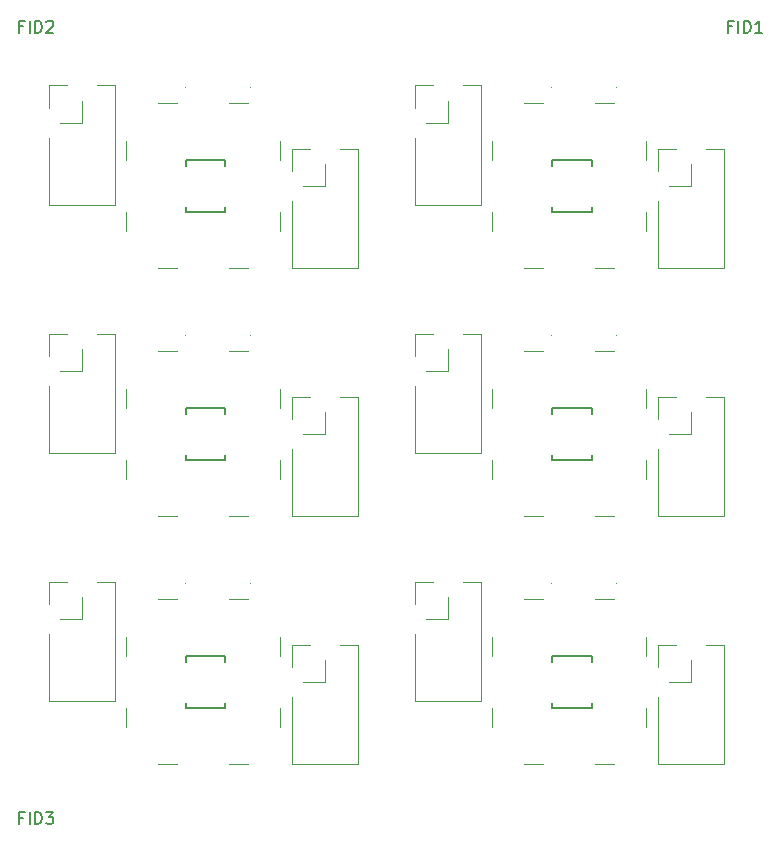
<source format=gbr>
G04 #@! TF.GenerationSoftware,KiCad,Pcbnew,5.0.2-bee76a0~70~ubuntu18.04.1*
G04 #@! TF.CreationDate,2020-02-26T15:16:49+01:00*
G04 #@! TF.ProjectId,output.rs485_adapter_panel,6f757470-7574-42e7-9273-3438355f6164,rev?*
G04 #@! TF.SameCoordinates,Original*
G04 #@! TF.FileFunction,Legend,Top*
G04 #@! TF.FilePolarity,Positive*
%FSLAX46Y46*%
G04 Gerber Fmt 4.6, Leading zero omitted, Abs format (unit mm)*
G04 Created by KiCad (PCBNEW 5.0.2-bee76a0~70~ubuntu18.04.1) date Wed 26 Feb 2020 03:16:49 PM CET*
%MOMM*%
%LPD*%
G01*
G04 APERTURE LIST*
%ADD10C,0.120000*%
%ADD11C,0.152400*%
%ADD12C,0.100000*%
%ADD13C,0.150000*%
G04 APERTURE END LIST*
D10*
G04 #@! TO.C,J1*
X190625001Y-128625001D02*
X190625001Y-130225001D01*
X177625001Y-128625001D02*
X177625001Y-130225001D01*
X190625001Y-122625001D02*
X190625001Y-124225001D01*
X177625001Y-122625001D02*
X177625001Y-124225001D01*
X186325001Y-133405001D02*
X187925001Y-133405001D01*
X186325001Y-119445001D02*
X187925001Y-119445001D01*
X180325001Y-133405001D02*
X181925001Y-133405001D01*
X180325001Y-119445001D02*
X181925001Y-119445001D01*
X159625001Y-128625001D02*
X159625001Y-130225001D01*
X146625001Y-128625001D02*
X146625001Y-130225001D01*
X159625001Y-122625001D02*
X159625001Y-124225001D01*
X146625001Y-122625001D02*
X146625001Y-124225001D01*
X155325001Y-133405001D02*
X156925001Y-133405001D01*
X155325001Y-119445001D02*
X156925001Y-119445001D01*
X149325001Y-133405001D02*
X150925001Y-133405001D01*
X149325001Y-119445001D02*
X150925001Y-119445001D01*
X190625001Y-107625001D02*
X190625001Y-109225001D01*
X177625001Y-107625001D02*
X177625001Y-109225001D01*
X190625001Y-101625001D02*
X190625001Y-103225001D01*
X177625001Y-101625001D02*
X177625001Y-103225001D01*
X186325001Y-112405001D02*
X187925001Y-112405001D01*
X186325001Y-98445001D02*
X187925001Y-98445001D01*
X180325001Y-112405001D02*
X181925001Y-112405001D01*
X180325001Y-98445001D02*
X181925001Y-98445001D01*
X159625001Y-107625001D02*
X159625001Y-109225001D01*
X146625001Y-107625001D02*
X146625001Y-109225001D01*
X159625001Y-101625001D02*
X159625001Y-103225001D01*
X146625001Y-101625001D02*
X146625001Y-103225001D01*
X155325001Y-112405001D02*
X156925001Y-112405001D01*
X155325001Y-98445001D02*
X156925001Y-98445001D01*
X149325001Y-112405001D02*
X150925001Y-112405001D01*
X149325001Y-98445001D02*
X150925001Y-98445001D01*
X190625001Y-86625001D02*
X190625001Y-88225001D01*
X177625001Y-86625001D02*
X177625001Y-88225001D01*
X190625001Y-80625001D02*
X190625001Y-82225001D01*
X177625001Y-80625001D02*
X177625001Y-82225001D01*
X186325001Y-91405001D02*
X187925001Y-91405001D01*
X186325001Y-77445001D02*
X187925001Y-77445001D01*
X180325001Y-91405001D02*
X181925001Y-91405001D01*
X180325001Y-77445001D02*
X181925001Y-77445001D01*
D11*
G04 #@! TO.C,U1*
X182673600Y-124265600D02*
X182673600Y-124722800D01*
X186026400Y-124265600D02*
X182673600Y-124265600D01*
X186026400Y-128634400D02*
X186026400Y-128177200D01*
X182673600Y-128634400D02*
X186026400Y-128634400D01*
X182673600Y-128177200D02*
X182673600Y-128634400D01*
X186026400Y-124722800D02*
X186026400Y-124265600D01*
X151673600Y-124265600D02*
X151673600Y-124722800D01*
X155026400Y-124265600D02*
X151673600Y-124265600D01*
X155026400Y-128634400D02*
X155026400Y-128177200D01*
X151673600Y-128634400D02*
X155026400Y-128634400D01*
X151673600Y-128177200D02*
X151673600Y-128634400D01*
X155026400Y-124722800D02*
X155026400Y-124265600D01*
X182673600Y-103265600D02*
X182673600Y-103722800D01*
X186026400Y-103265600D02*
X182673600Y-103265600D01*
X186026400Y-107634400D02*
X186026400Y-107177200D01*
X182673600Y-107634400D02*
X186026400Y-107634400D01*
X182673600Y-107177200D02*
X182673600Y-107634400D01*
X186026400Y-103722800D02*
X186026400Y-103265600D01*
X151673600Y-103265600D02*
X151673600Y-103722800D01*
X155026400Y-103265600D02*
X151673600Y-103265600D01*
X155026400Y-107634400D02*
X155026400Y-107177200D01*
X151673600Y-107634400D02*
X155026400Y-107634400D01*
X151673600Y-107177200D02*
X151673600Y-107634400D01*
X155026400Y-103722800D02*
X155026400Y-103265600D01*
X182673600Y-82265600D02*
X182673600Y-82722800D01*
X186026400Y-82265600D02*
X182673600Y-82265600D01*
X186026400Y-86634400D02*
X186026400Y-86177200D01*
X182673600Y-86634400D02*
X186026400Y-86634400D01*
X182673600Y-86177200D02*
X182673600Y-86634400D01*
X186026400Y-82722800D02*
X186026400Y-82265600D01*
D10*
G04 #@! TO.C,J3*
X191645000Y-123300000D02*
X193175000Y-123300000D01*
X191645000Y-125175000D02*
X191645000Y-123300000D01*
X194445000Y-126445000D02*
X192575000Y-126445000D01*
X194445000Y-124575000D02*
X194445000Y-126445000D01*
X195715000Y-123300000D02*
X197245000Y-123300000D01*
X197245000Y-123300000D02*
X197245000Y-133400000D01*
X191645000Y-133400000D02*
X197245000Y-133400000D01*
X191645000Y-127715000D02*
X191645000Y-133400000D01*
X160645000Y-123300000D02*
X162175000Y-123300000D01*
X160645000Y-125175000D02*
X160645000Y-123300000D01*
X163445000Y-126445000D02*
X161575000Y-126445000D01*
X163445000Y-124575000D02*
X163445000Y-126445000D01*
X164715000Y-123300000D02*
X166245000Y-123300000D01*
X166245000Y-123300000D02*
X166245000Y-133400000D01*
X160645000Y-133400000D02*
X166245000Y-133400000D01*
X160645000Y-127715000D02*
X160645000Y-133400000D01*
X191645000Y-102300000D02*
X193175000Y-102300000D01*
X191645000Y-104175000D02*
X191645000Y-102300000D01*
X194445000Y-105445000D02*
X192575000Y-105445000D01*
X194445000Y-103575000D02*
X194445000Y-105445000D01*
X195715000Y-102300000D02*
X197245000Y-102300000D01*
X197245000Y-102300000D02*
X197245000Y-112400000D01*
X191645000Y-112400000D02*
X197245000Y-112400000D01*
X191645000Y-106715000D02*
X191645000Y-112400000D01*
X160645000Y-102300000D02*
X162175000Y-102300000D01*
X160645000Y-104175000D02*
X160645000Y-102300000D01*
X163445000Y-105445000D02*
X161575000Y-105445000D01*
X163445000Y-103575000D02*
X163445000Y-105445000D01*
X164715000Y-102300000D02*
X166245000Y-102300000D01*
X166245000Y-102300000D02*
X166245000Y-112400000D01*
X160645000Y-112400000D02*
X166245000Y-112400000D01*
X160645000Y-106715000D02*
X160645000Y-112400000D01*
X191645000Y-81300000D02*
X193175000Y-81300000D01*
X191645000Y-83175000D02*
X191645000Y-81300000D01*
X194445000Y-84445000D02*
X192575000Y-84445000D01*
X194445000Y-82575000D02*
X194445000Y-84445000D01*
X195715000Y-81300000D02*
X197245000Y-81300000D01*
X197245000Y-81300000D02*
X197245000Y-91400000D01*
X191645000Y-91400000D02*
X197245000Y-91400000D01*
X191645000Y-85715000D02*
X191645000Y-91400000D01*
D12*
G04 #@! TO.C,D2*
X182640000Y-118100000D02*
G75*
G03X182640000Y-118100000I-50000J0D01*
G01*
X151640000Y-118100000D02*
G75*
G03X151640000Y-118100000I-50000J0D01*
G01*
X182640000Y-97100000D02*
G75*
G03X182640000Y-97100000I-50000J0D01*
G01*
X151640000Y-97100000D02*
G75*
G03X151640000Y-97100000I-50000J0D01*
G01*
X182640000Y-76100000D02*
G75*
G03X182640000Y-76100000I-50000J0D01*
G01*
G04 #@! TO.C,D1*
X188140000Y-118100000D02*
G75*
G03X188140000Y-118100000I-50000J0D01*
G01*
X157140000Y-118100000D02*
G75*
G03X157140000Y-118100000I-50000J0D01*
G01*
X188140000Y-97100000D02*
G75*
G03X188140000Y-97100000I-50000J0D01*
G01*
X157140000Y-97100000D02*
G75*
G03X157140000Y-97100000I-50000J0D01*
G01*
X188140000Y-76100000D02*
G75*
G03X188140000Y-76100000I-50000J0D01*
G01*
D10*
G04 #@! TO.C,J2*
X171070000Y-122340000D02*
X171070000Y-128025000D01*
X171070000Y-128025000D02*
X176670000Y-128025000D01*
X176670000Y-117925000D02*
X176670000Y-128025000D01*
X175140000Y-117925000D02*
X176670000Y-117925000D01*
X173870000Y-119200000D02*
X173870000Y-121070000D01*
X173870000Y-121070000D02*
X172000000Y-121070000D01*
X171070000Y-119800000D02*
X171070000Y-117925000D01*
X171070000Y-117925000D02*
X172600000Y-117925000D01*
X140070000Y-122340000D02*
X140070000Y-128025000D01*
X140070000Y-128025000D02*
X145670000Y-128025000D01*
X145670000Y-117925000D02*
X145670000Y-128025000D01*
X144140000Y-117925000D02*
X145670000Y-117925000D01*
X142870000Y-119200000D02*
X142870000Y-121070000D01*
X142870000Y-121070000D02*
X141000000Y-121070000D01*
X140070000Y-119800000D02*
X140070000Y-117925000D01*
X140070000Y-117925000D02*
X141600000Y-117925000D01*
X171070000Y-101340000D02*
X171070000Y-107025000D01*
X171070000Y-107025000D02*
X176670000Y-107025000D01*
X176670000Y-96925000D02*
X176670000Y-107025000D01*
X175140000Y-96925000D02*
X176670000Y-96925000D01*
X173870000Y-98200000D02*
X173870000Y-100070000D01*
X173870000Y-100070000D02*
X172000000Y-100070000D01*
X171070000Y-98800000D02*
X171070000Y-96925000D01*
X171070000Y-96925000D02*
X172600000Y-96925000D01*
X140070000Y-101340000D02*
X140070000Y-107025000D01*
X140070000Y-107025000D02*
X145670000Y-107025000D01*
X145670000Y-96925000D02*
X145670000Y-107025000D01*
X144140000Y-96925000D02*
X145670000Y-96925000D01*
X142870000Y-98200000D02*
X142870000Y-100070000D01*
X142870000Y-100070000D02*
X141000000Y-100070000D01*
X140070000Y-98800000D02*
X140070000Y-96925000D01*
X140070000Y-96925000D02*
X141600000Y-96925000D01*
X171070000Y-80340000D02*
X171070000Y-86025000D01*
X171070000Y-86025000D02*
X176670000Y-86025000D01*
X176670000Y-75925000D02*
X176670000Y-86025000D01*
X175140000Y-75925000D02*
X176670000Y-75925000D01*
X173870000Y-77200000D02*
X173870000Y-79070000D01*
X173870000Y-79070000D02*
X172000000Y-79070000D01*
X171070000Y-77800000D02*
X171070000Y-75925000D01*
X171070000Y-75925000D02*
X172600000Y-75925000D01*
D12*
G04 #@! TO.C,D2*
X151640000Y-76100000D02*
G75*
G03X151640000Y-76100000I-50000J0D01*
G01*
G04 #@! TO.C,D1*
X157140000Y-76100000D02*
G75*
G03X157140000Y-76100000I-50000J0D01*
G01*
D11*
G04 #@! TO.C,U1*
X155026400Y-82722800D02*
X155026400Y-82265600D01*
X151673600Y-86177200D02*
X151673600Y-86634400D01*
X151673600Y-86634400D02*
X155026400Y-86634400D01*
X155026400Y-86634400D02*
X155026400Y-86177200D01*
X155026400Y-82265600D02*
X151673600Y-82265600D01*
X151673600Y-82265600D02*
X151673600Y-82722800D01*
D10*
G04 #@! TO.C,J3*
X160645000Y-85715000D02*
X160645000Y-91400000D01*
X160645000Y-91400000D02*
X166245000Y-91400000D01*
X166245000Y-81300000D02*
X166245000Y-91400000D01*
X164715000Y-81300000D02*
X166245000Y-81300000D01*
X163445000Y-82575000D02*
X163445000Y-84445000D01*
X163445000Y-84445000D02*
X161575000Y-84445000D01*
X160645000Y-83175000D02*
X160645000Y-81300000D01*
X160645000Y-81300000D02*
X162175000Y-81300000D01*
G04 #@! TO.C,J2*
X140070000Y-75925000D02*
X141600000Y-75925000D01*
X140070000Y-77800000D02*
X140070000Y-75925000D01*
X142870000Y-79070000D02*
X141000000Y-79070000D01*
X142870000Y-77200000D02*
X142870000Y-79070000D01*
X144140000Y-75925000D02*
X145670000Y-75925000D01*
X145670000Y-75925000D02*
X145670000Y-86025000D01*
X140070000Y-86025000D02*
X145670000Y-86025000D01*
X140070000Y-80340000D02*
X140070000Y-86025000D01*
G04 #@! TO.C,J1*
X149325001Y-77445001D02*
X150925001Y-77445001D01*
X149325001Y-91405001D02*
X150925001Y-91405001D01*
X155325001Y-77445001D02*
X156925001Y-77445001D01*
X155325001Y-91405001D02*
X156925001Y-91405001D01*
X146625001Y-80625001D02*
X146625001Y-82225001D01*
X159625001Y-80625001D02*
X159625001Y-82225001D01*
X146625001Y-86625001D02*
X146625001Y-88225001D01*
X159625001Y-86625001D02*
X159625001Y-88225001D01*
G04 #@! TO.C,FID3*
D13*
X137928571Y-137928571D02*
X137595238Y-137928571D01*
X137595238Y-138452380D02*
X137595238Y-137452380D01*
X138071428Y-137452380D01*
X138452380Y-138452380D02*
X138452380Y-137452380D01*
X138928571Y-138452380D02*
X138928571Y-137452380D01*
X139166666Y-137452380D01*
X139309523Y-137500000D01*
X139404761Y-137595238D01*
X139452380Y-137690476D01*
X139500000Y-137880952D01*
X139500000Y-138023809D01*
X139452380Y-138214285D01*
X139404761Y-138309523D01*
X139309523Y-138404761D01*
X139166666Y-138452380D01*
X138928571Y-138452380D01*
X139833333Y-137452380D02*
X140452380Y-137452380D01*
X140119047Y-137833333D01*
X140261904Y-137833333D01*
X140357142Y-137880952D01*
X140404761Y-137928571D01*
X140452380Y-138023809D01*
X140452380Y-138261904D01*
X140404761Y-138357142D01*
X140357142Y-138404761D01*
X140261904Y-138452380D01*
X139976190Y-138452380D01*
X139880952Y-138404761D01*
X139833333Y-138357142D01*
G04 #@! TO.C,FID2*
X137928571Y-70928571D02*
X137595238Y-70928571D01*
X137595238Y-71452380D02*
X137595238Y-70452380D01*
X138071428Y-70452380D01*
X138452380Y-71452380D02*
X138452380Y-70452380D01*
X138928571Y-71452380D02*
X138928571Y-70452380D01*
X139166666Y-70452380D01*
X139309523Y-70500000D01*
X139404761Y-70595238D01*
X139452380Y-70690476D01*
X139500000Y-70880952D01*
X139500000Y-71023809D01*
X139452380Y-71214285D01*
X139404761Y-71309523D01*
X139309523Y-71404761D01*
X139166666Y-71452380D01*
X138928571Y-71452380D01*
X139880952Y-70547619D02*
X139928571Y-70500000D01*
X140023809Y-70452380D01*
X140261904Y-70452380D01*
X140357142Y-70500000D01*
X140404761Y-70547619D01*
X140452380Y-70642857D01*
X140452380Y-70738095D01*
X140404761Y-70880952D01*
X139833333Y-71452380D01*
X140452380Y-71452380D01*
G04 #@! TO.C,FID1*
X197928571Y-70928571D02*
X197595238Y-70928571D01*
X197595238Y-71452380D02*
X197595238Y-70452380D01*
X198071428Y-70452380D01*
X198452380Y-71452380D02*
X198452380Y-70452380D01*
X198928571Y-71452380D02*
X198928571Y-70452380D01*
X199166666Y-70452380D01*
X199309523Y-70500000D01*
X199404761Y-70595238D01*
X199452380Y-70690476D01*
X199500000Y-70880952D01*
X199500000Y-71023809D01*
X199452380Y-71214285D01*
X199404761Y-71309523D01*
X199309523Y-71404761D01*
X199166666Y-71452380D01*
X198928571Y-71452380D01*
X200452380Y-71452380D02*
X199880952Y-71452380D01*
X200166666Y-71452380D02*
X200166666Y-70452380D01*
X200071428Y-70595238D01*
X199976190Y-70690476D01*
X199880952Y-70738095D01*
G04 #@! TO.C,*
G04 #@! TD*
M02*

</source>
